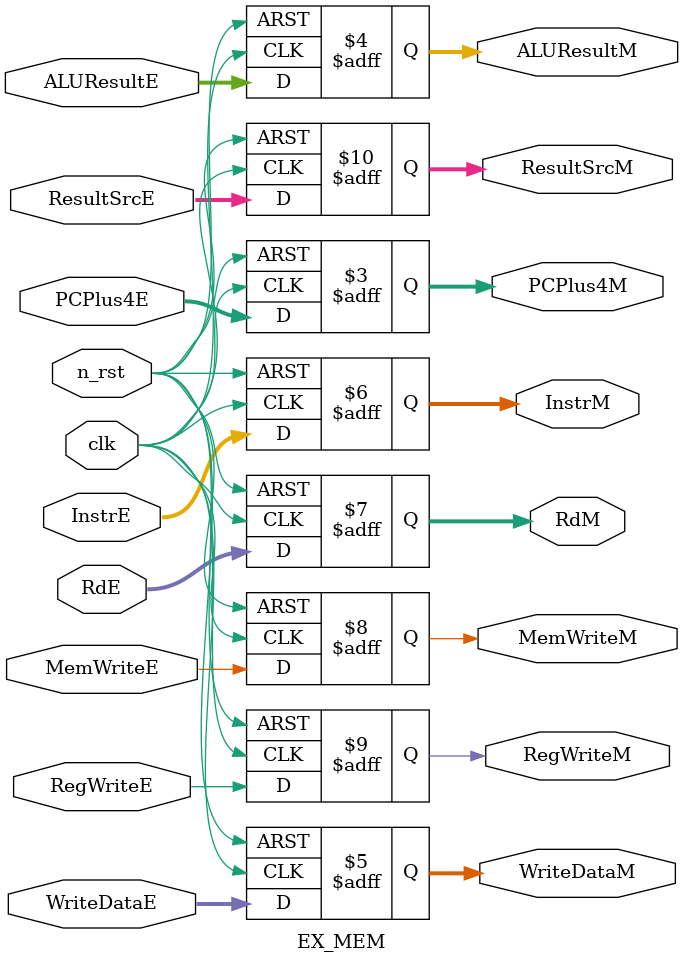
<source format=sv>
module EX_MEM(
    input clk,
    input n_rst,            // Active low reset
    input [31:0] PCPlus4E,  // PC+4 from EX stage
    input [31:0] ALUResultE,// ALU computation result
    input [31:0] WriteDataE,// Data to write to memory
    input [31:0] InstrE,    // Instruction from EX stage
    input [4:0] RdE,        // Destination register
    input MemWriteE,        // Memory write control
    input RegWriteE,        // Register write control
    input [1:0] ResultSrcE, // Memory to register control
    output reg [31:0] PCPlus4M,
    output reg [31:0] ALUResultM,
    output reg [31:0] WriteDataM,
    output reg [31:0] InstrM,    // Instruction to MEM stage
    output reg [4:0] RdM,
    output reg MemWriteM,
    output reg RegWriteM,
    output reg [1:0] ResultSrcM  // Memory to register control
);

    always @(posedge clk or negedge n_rst) begin
        if (!n_rst) begin
            PCPlus4M <= 0;
            ALUResultM <= 0;
            WriteDataM <= 0;
            InstrM <= 0;
            RdM <= 0;
            MemWriteM <= 0;
            RegWriteM <= 0;
            ResultSrcM <= 0;
        end else begin
            PCPlus4M <= PCPlus4E;
            ALUResultM <= ALUResultE;
            WriteDataM <= WriteDataE;
            InstrM <= InstrE;
            RdM <= RdE;
            MemWriteM <= MemWriteE;
            RegWriteM <= RegWriteE;
            ResultSrcM <= ResultSrcE;
        end
    end
endmodule

</source>
